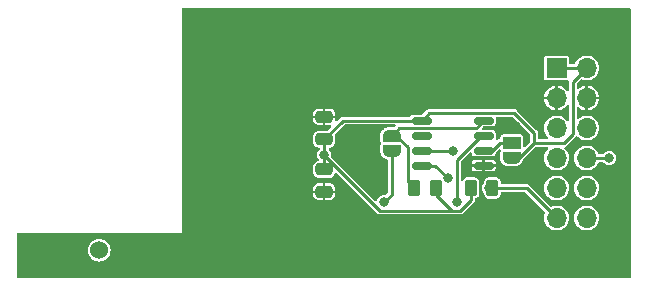
<source format=gbr>
%TF.GenerationSoftware,KiCad,Pcbnew,7.0.4*%
%TF.CreationDate,2023-05-26T13:29:51+02:00*%
%TF.ProjectId,RFM9xW_ANT,52464d39-7857-45f4-914e-542e6b696361,rev?*%
%TF.SameCoordinates,Original*%
%TF.FileFunction,Copper,L2,Bot*%
%TF.FilePolarity,Positive*%
%FSLAX46Y46*%
G04 Gerber Fmt 4.6, Leading zero omitted, Abs format (unit mm)*
G04 Created by KiCad (PCBNEW 7.0.4) date 2023-05-26 13:29:51*
%MOMM*%
%LPD*%
G01*
G04 APERTURE LIST*
G04 Aperture macros list*
%AMRoundRect*
0 Rectangle with rounded corners*
0 $1 Rounding radius*
0 $2 $3 $4 $5 $6 $7 $8 $9 X,Y pos of 4 corners*
0 Add a 4 corners polygon primitive as box body*
4,1,4,$2,$3,$4,$5,$6,$7,$8,$9,$2,$3,0*
0 Add four circle primitives for the rounded corners*
1,1,$1+$1,$2,$3*
1,1,$1+$1,$4,$5*
1,1,$1+$1,$6,$7*
1,1,$1+$1,$8,$9*
0 Add four rect primitives between the rounded corners*
20,1,$1+$1,$2,$3,$4,$5,0*
20,1,$1+$1,$4,$5,$6,$7,0*
20,1,$1+$1,$6,$7,$8,$9,0*
20,1,$1+$1,$8,$9,$2,$3,0*%
%AMFreePoly0*
4,1,19,0.550000,-0.750000,0.000000,-0.750000,0.000000,-0.744911,-0.071157,-0.744911,-0.207708,-0.704816,-0.327430,-0.627875,-0.420627,-0.520320,-0.479746,-0.390866,-0.500000,-0.250000,-0.500000,0.250000,-0.479746,0.390866,-0.420627,0.520320,-0.327430,0.627875,-0.207708,0.704816,-0.071157,0.744911,0.000000,0.744911,0.000000,0.750000,0.550000,0.750000,0.550000,-0.750000,0.550000,-0.750000,
$1*%
%AMFreePoly1*
4,1,19,0.000000,0.744911,0.071157,0.744911,0.207708,0.704816,0.327430,0.627875,0.420627,0.520320,0.479746,0.390866,0.500000,0.250000,0.500000,-0.250000,0.479746,-0.390866,0.420627,-0.520320,0.327430,-0.627875,0.207708,-0.704816,0.071157,-0.744911,0.000000,-0.744911,0.000000,-0.750000,-0.550000,-0.750000,-0.550000,0.750000,0.000000,0.750000,0.000000,0.744911,0.000000,0.744911,
$1*%
%AMFreePoly2*
4,1,19,0.500000,-0.750000,0.000000,-0.750000,0.000000,-0.744911,-0.071157,-0.744911,-0.207708,-0.704816,-0.327430,-0.627875,-0.420627,-0.520320,-0.479746,-0.390866,-0.500000,-0.250000,-0.500000,0.250000,-0.479746,0.390866,-0.420627,0.520320,-0.327430,0.627875,-0.207708,0.704816,-0.071157,0.744911,0.000000,0.744911,0.000000,0.750000,0.500000,0.750000,0.500000,-0.750000,0.500000,-0.750000,
$1*%
%AMFreePoly3*
4,1,19,0.000000,0.744911,0.071157,0.744911,0.207708,0.704816,0.327430,0.627875,0.420627,0.520320,0.479746,0.390866,0.500000,0.250000,0.500000,-0.250000,0.479746,-0.390866,0.420627,-0.520320,0.327430,-0.627875,0.207708,-0.704816,0.071157,-0.744911,0.000000,-0.744911,0.000000,-0.750000,-0.500000,-0.750000,-0.500000,0.750000,0.000000,0.750000,0.000000,0.744911,0.000000,0.744911,
$1*%
G04 Aperture macros list end*
%TA.AperFunction,ComponentPad*%
%ADD10R,1.700000X1.700000*%
%TD*%
%TA.AperFunction,ComponentPad*%
%ADD11O,1.700000X1.700000*%
%TD*%
%TA.AperFunction,ComponentPad*%
%ADD12C,1.524000*%
%TD*%
%TA.AperFunction,SMDPad,CuDef*%
%ADD13FreePoly0,270.000000*%
%TD*%
%TA.AperFunction,SMDPad,CuDef*%
%ADD14R,1.500000X1.000000*%
%TD*%
%TA.AperFunction,SMDPad,CuDef*%
%ADD15FreePoly1,270.000000*%
%TD*%
%TA.AperFunction,SMDPad,CuDef*%
%ADD16RoundRect,0.250000X0.475000X-0.250000X0.475000X0.250000X-0.475000X0.250000X-0.475000X-0.250000X0*%
%TD*%
%TA.AperFunction,SMDPad,CuDef*%
%ADD17FreePoly2,270.000000*%
%TD*%
%TA.AperFunction,SMDPad,CuDef*%
%ADD18FreePoly3,270.000000*%
%TD*%
%TA.AperFunction,SMDPad,CuDef*%
%ADD19RoundRect,0.250000X-0.262500X-0.450000X0.262500X-0.450000X0.262500X0.450000X-0.262500X0.450000X0*%
%TD*%
%TA.AperFunction,SMDPad,CuDef*%
%ADD20RoundRect,0.250000X0.262500X0.450000X-0.262500X0.450000X-0.262500X-0.450000X0.262500X-0.450000X0*%
%TD*%
%TA.AperFunction,SMDPad,CuDef*%
%ADD21RoundRect,0.250000X-0.475000X0.250000X-0.475000X-0.250000X0.475000X-0.250000X0.475000X0.250000X0*%
%TD*%
%TA.AperFunction,SMDPad,CuDef*%
%ADD22RoundRect,0.150000X0.675000X0.150000X-0.675000X0.150000X-0.675000X-0.150000X0.675000X-0.150000X0*%
%TD*%
%TA.AperFunction,ViaPad*%
%ADD23C,0.800000*%
%TD*%
%TA.AperFunction,Conductor*%
%ADD24C,0.250000*%
%TD*%
G04 APERTURE END LIST*
D10*
%TO.P,J1,1,Pin_1*%
%TO.N,VCC*%
X149860000Y-43180000D03*
D11*
%TO.P,J1,2,Pin_2*%
X152400000Y-43180000D03*
%TO.P,J1,3,Pin_3*%
%TO.N,GND*%
X149860000Y-45720000D03*
%TO.P,J1,4,Pin_4*%
X152400000Y-45720000D03*
%TO.P,J1,5,Pin_5*%
%TO.N,SCK*%
X149860000Y-48260000D03*
%TO.P,J1,6,Pin_6*%
%TO.N,unconnected-(J1-Pin_6-Pad6)*%
X152400000Y-48260000D03*
%TO.P,J1,7,Pin_7*%
%TO.N,MISO*%
X149860000Y-50800000D03*
%TO.P,J1,8,Pin_8*%
%TO.N,nCS2*%
X152400000Y-50800000D03*
%TO.P,J1,9,Pin_9*%
%TO.N,MOSI*%
X149860000Y-53340000D03*
%TO.P,J1,10,Pin_10*%
%TO.N,nRESET*%
X152400000Y-53340000D03*
%TO.P,J1,11,Pin_11*%
%TO.N,nCS*%
X149860000Y-55880000D03*
%TO.P,J1,12,Pin_12*%
%TO.N,DIO0*%
X152400000Y-55880000D03*
%TD*%
D12*
%TO.P,AE1,1,A*%
%TO.N,Net-(AE1-A)*%
X111125000Y-58600000D03*
%TD*%
D13*
%TO.P,JP1,1,A*%
%TO.N,GND*%
X146050000Y-48200000D03*
D14*
%TO.P,JP1,2,C*%
%TO.N,Net-(JP1-C)*%
X146050000Y-49500000D03*
D15*
%TO.P,JP1,3,B*%
%TO.N,VCC*%
X146050000Y-50800000D03*
%TD*%
D16*
%TO.P,C1,1*%
%TO.N,VCC*%
X130175000Y-49210000D03*
%TO.P,C1,2*%
%TO.N,GND*%
X130175000Y-47310000D03*
%TD*%
D17*
%TO.P,JP2,1,A*%
%TO.N,nCS_Flash*%
X135890000Y-48895000D03*
D18*
%TO.P,JP2,2,B*%
%TO.N,nCS2*%
X135890000Y-50195000D03*
%TD*%
D19*
%TO.P,R2,1*%
%TO.N,VCC*%
X142597500Y-53340000D03*
%TO.P,R2,2*%
%TO.N,nCS*%
X144422500Y-53340000D03*
%TD*%
D20*
%TO.P,R1,1*%
%TO.N,VCC*%
X139620000Y-53340000D03*
%TO.P,R1,2*%
%TO.N,nCS_Flash*%
X137795000Y-53340000D03*
%TD*%
D21*
%TO.P,C2,1*%
%TO.N,VCC*%
X130175000Y-51755000D03*
%TO.P,C2,2*%
%TO.N,GND*%
X130175000Y-53655000D03*
%TD*%
D22*
%TO.P,U2,1,~{CS}*%
%TO.N,nCS_Flash*%
X143680000Y-47625000D03*
%TO.P,U2,2,O1/SO*%
%TO.N,MISO*%
X143680000Y-48895000D03*
%TO.P,U2,3,~{WP}*%
%TO.N,Net-(JP1-C)*%
X143680000Y-50165000D03*
%TO.P,U2,4,VSS*%
%TO.N,GND*%
X143680000Y-51435000D03*
%TO.P,U2,5,SI/IO0*%
%TO.N,MOSI*%
X138430000Y-51435000D03*
%TO.P,U2,6,SCLK*%
%TO.N,SCK*%
X138430000Y-50165000D03*
%TO.P,U2,7,NC*%
%TO.N,unconnected-(U2-NC-Pad7)*%
X138430000Y-48895000D03*
%TO.P,U2,8,VCC*%
%TO.N,VCC*%
X138430000Y-47625000D03*
%TD*%
D23*
%TO.N,GND*%
X104775000Y-57785000D03*
X104775000Y-59055000D03*
X104775000Y-60325000D03*
X106045000Y-60325000D03*
X107315000Y-60325000D03*
X108585000Y-60325000D03*
X109855000Y-60325000D03*
X111125000Y-60325000D03*
X112395000Y-60325000D03*
X113665000Y-60325000D03*
X114935000Y-60325000D03*
X116205000Y-60325000D03*
X117475000Y-60325000D03*
X142875000Y-38735000D03*
X132080000Y-50165000D03*
X155575000Y-40005000D03*
X154305000Y-60325000D03*
X155575000Y-56515000D03*
X128905000Y-60325000D03*
X123825000Y-60325000D03*
X155575000Y-55245000D03*
X126365000Y-38735000D03*
X155575000Y-41275000D03*
X130175000Y-38735000D03*
X135255000Y-38735000D03*
X132715000Y-60325000D03*
X149225000Y-60325000D03*
X128905000Y-38735000D03*
X155575000Y-57785000D03*
X139065000Y-60325000D03*
X126365000Y-60325000D03*
X144145000Y-38735000D03*
X150495000Y-38735000D03*
X132715000Y-38735000D03*
X131445000Y-60325000D03*
X155575000Y-59055000D03*
X151765000Y-60325000D03*
X137795000Y-60325000D03*
X147955000Y-51435000D03*
X122555000Y-38735000D03*
X155575000Y-38735000D03*
X121285000Y-60325000D03*
X153035000Y-60325000D03*
X145415000Y-38735000D03*
X154305000Y-38735000D03*
X127635000Y-38735000D03*
X133985000Y-60325000D03*
X155575000Y-43815000D03*
X144145000Y-60325000D03*
X155575000Y-45085000D03*
X127635000Y-60325000D03*
X155575000Y-53975000D03*
X155575000Y-51435000D03*
X125095000Y-38735000D03*
X150495000Y-60325000D03*
X155575000Y-42545000D03*
X122555000Y-60325000D03*
X151765000Y-38735000D03*
X137795000Y-38735000D03*
X121285000Y-38735000D03*
X153035000Y-38735000D03*
X155575000Y-52705000D03*
X125095000Y-60325000D03*
X142875000Y-60325000D03*
X120015000Y-38735000D03*
X140335000Y-60325000D03*
X130175000Y-60325000D03*
X145415000Y-56515000D03*
X149225000Y-38735000D03*
X139065000Y-56515000D03*
X118745000Y-38735000D03*
X155575000Y-50165000D03*
X155575000Y-47625000D03*
X146685000Y-38735000D03*
X146050000Y-48260000D03*
X118745000Y-60325000D03*
X146685000Y-60325000D03*
X155575000Y-46355000D03*
X144145000Y-56515000D03*
X135255000Y-60325000D03*
X141605000Y-60325000D03*
X155575000Y-60325000D03*
X136525000Y-38735000D03*
X133985000Y-38735000D03*
X155575000Y-48895000D03*
X139065000Y-38735000D03*
X120015000Y-60325000D03*
X123825000Y-38735000D03*
X145415000Y-60325000D03*
X146685000Y-56515000D03*
X141605000Y-38735000D03*
X147955000Y-38735000D03*
X147955000Y-60325000D03*
X136525000Y-60325000D03*
X140335000Y-38735000D03*
X131445000Y-38735000D03*
%TO.N,nCS*%
X144145000Y-53340000D03*
%TO.N,SCK*%
X141104326Y-50219325D03*
%TO.N,MOSI*%
X140690500Y-52530000D03*
%TO.N,MISO*%
X141415000Y-54530000D03*
%TO.N,VCC*%
X130175000Y-50530000D03*
%TO.N,nCS2*%
X135267299Y-54530500D03*
X154305000Y-50800000D03*
%TD*%
D24*
%TO.N,nCS*%
X147320000Y-53340000D02*
X144145000Y-53340000D01*
X144145000Y-53340000D02*
X144422500Y-53340000D01*
X149860000Y-55880000D02*
X147320000Y-53340000D01*
%TO.N,SCK*%
X141050001Y-50165000D02*
X141104326Y-50219325D01*
X138430000Y-50165000D02*
X141050001Y-50165000D01*
%TO.N,MOSI*%
X139595500Y-51435000D02*
X140690500Y-52530000D01*
X138430000Y-51435000D02*
X139595500Y-51435000D01*
%TO.N,MISO*%
X143453249Y-48895000D02*
X141415000Y-50933249D01*
X141415000Y-50933249D02*
X141415000Y-54530000D01*
X143680000Y-48895000D02*
X143453249Y-48895000D01*
%TO.N,VCC*%
X146663173Y-50800000D02*
X147933173Y-49530000D01*
X139055000Y-47000000D02*
X146266727Y-47000000D01*
X130175000Y-49210000D02*
X130175000Y-50165000D01*
X140980000Y-55255000D02*
X139620000Y-53895000D01*
X138430000Y-47625000D02*
X139055000Y-47000000D01*
X150495000Y-49530000D02*
X151225000Y-48800000D01*
X131760000Y-47625000D02*
X130175000Y-49210000D01*
X151225000Y-48800000D02*
X151225000Y-44355000D01*
X139620000Y-53895000D02*
X139620000Y-53340000D01*
X152400000Y-43180000D02*
X149860000Y-43180000D01*
X130175000Y-50530000D02*
X134900000Y-55255000D01*
X151225000Y-44355000D02*
X152400000Y-43180000D01*
X138430000Y-47625000D02*
X131760000Y-47625000D01*
X146050000Y-50800000D02*
X146663173Y-50800000D01*
X130175000Y-50165000D02*
X130175000Y-51755000D01*
X147933173Y-49530000D02*
X150495000Y-49530000D01*
X141715305Y-55255000D02*
X140980000Y-55255000D01*
X146266727Y-47000000D02*
X147933173Y-48666446D01*
X142597500Y-53340000D02*
X142597500Y-54372805D01*
X147933173Y-48666446D02*
X147933173Y-49530000D01*
X134900000Y-55255000D02*
X140980000Y-55255000D01*
X142597500Y-54372805D02*
X141715305Y-55255000D01*
%TO.N,nCS2*%
X154305000Y-50800000D02*
X152400000Y-50800000D01*
X135890000Y-50195000D02*
X135890000Y-53907799D01*
X135890000Y-53907799D02*
X135267299Y-54530500D01*
%TO.N,Net-(JP1-C)*%
X144385000Y-50165000D02*
X145050000Y-49500000D01*
X145050000Y-49500000D02*
X146050000Y-49500000D01*
X143680000Y-50165000D02*
X144385000Y-50165000D01*
%TO.N,nCS_Flash*%
X136299620Y-48895000D02*
X137280000Y-49875380D01*
X137280000Y-49875380D02*
X137280000Y-52825000D01*
X137280000Y-52825000D02*
X137795000Y-53340000D01*
X135890000Y-48895000D02*
X136299620Y-48895000D01*
X143055000Y-48250000D02*
X136535000Y-48250000D01*
X136535000Y-48250000D02*
X135890000Y-48895000D01*
X143680000Y-47625000D02*
X143055000Y-48250000D01*
%TD*%
%TA.AperFunction,Conductor*%
%TO.N,GND*%
G36*
X136193358Y-47969407D02*
G01*
X136229322Y-48018907D01*
X136229322Y-48080093D01*
X136205170Y-48119504D01*
X136164871Y-48159802D01*
X136110354Y-48187579D01*
X136108965Y-48187789D01*
X136096634Y-48189563D01*
X136082537Y-48190572D01*
X135697463Y-48190572D01*
X135683373Y-48189564D01*
X135678261Y-48188829D01*
X135669095Y-48187511D01*
X135669093Y-48187511D01*
X135610907Y-48187511D01*
X135610903Y-48187511D01*
X135468594Y-48207972D01*
X135468590Y-48207973D01*
X135412767Y-48224364D01*
X135412763Y-48224365D01*
X135412762Y-48224366D01*
X135410288Y-48225496D01*
X135281980Y-48284092D01*
X135281967Y-48284099D01*
X135233036Y-48315545D01*
X135233023Y-48315554D01*
X135124377Y-48409696D01*
X135124360Y-48409713D01*
X135086261Y-48453681D01*
X135086255Y-48453689D01*
X135008536Y-48574624D01*
X135008532Y-48574631D01*
X134984359Y-48627564D01*
X134943853Y-48765515D01*
X134943852Y-48765520D01*
X134937294Y-48811132D01*
X134935572Y-48823111D01*
X134935572Y-49395000D01*
X134951133Y-49473231D01*
X134951134Y-49473232D01*
X134951134Y-49473233D01*
X134962336Y-49489997D01*
X134978945Y-49548885D01*
X134962338Y-49599998D01*
X134951135Y-49616764D01*
X134951134Y-49616767D01*
X134951133Y-49616769D01*
X134940705Y-49669194D01*
X134935572Y-49694999D01*
X134935572Y-50266888D01*
X134943852Y-50324479D01*
X134943853Y-50324484D01*
X134976529Y-50435767D01*
X134984360Y-50462438D01*
X134990313Y-50475473D01*
X135008532Y-50515368D01*
X135008536Y-50515375D01*
X135086255Y-50636310D01*
X135086261Y-50636318D01*
X135111548Y-50665500D01*
X135124368Y-50680295D01*
X135124375Y-50680301D01*
X135124377Y-50680303D01*
X135233023Y-50774445D01*
X135233036Y-50774454D01*
X135281967Y-50805900D01*
X135281971Y-50805902D01*
X135281977Y-50805906D01*
X135412762Y-50865634D01*
X135468592Y-50882027D01*
X135479589Y-50883608D01*
X135534495Y-50910602D01*
X135563050Y-50964716D01*
X135564500Y-50981600D01*
X135564500Y-53731963D01*
X135545593Y-53790154D01*
X135535504Y-53801967D01*
X135430265Y-53907206D01*
X135375748Y-53934983D01*
X135347339Y-53935355D01*
X135267300Y-53924818D01*
X135267298Y-53924818D01*
X135110540Y-53945455D01*
X135110532Y-53945457D01*
X134964460Y-54005962D01*
X134964459Y-54005962D01*
X134839022Y-54102213D01*
X134839012Y-54102223D01*
X134742761Y-54227660D01*
X134742761Y-54227661D01*
X134679772Y-54379732D01*
X134677062Y-54378609D01*
X134650286Y-54419742D01*
X134593140Y-54441605D01*
X134534057Y-54425703D01*
X134518065Y-54412739D01*
X130798292Y-50692966D01*
X130770515Y-50638449D01*
X130770143Y-50610046D01*
X130780682Y-50530000D01*
X130760044Y-50373238D01*
X130760042Y-50373233D01*
X130699537Y-50227161D01*
X130699537Y-50227160D01*
X130603281Y-50101716D01*
X130603280Y-50101715D01*
X130585460Y-50088042D01*
X130550804Y-50037618D01*
X130552405Y-49976454D01*
X130589652Y-49927912D01*
X130645727Y-49910500D01*
X130704273Y-49910500D01*
X130704273Y-49910499D01*
X130734699Y-49907646D01*
X130862882Y-49862793D01*
X130972150Y-49782150D01*
X131052793Y-49672882D01*
X131097646Y-49544699D01*
X131100499Y-49514273D01*
X131100500Y-49514273D01*
X131100500Y-48905726D01*
X131100499Y-48905725D01*
X131097646Y-48875305D01*
X131097646Y-48875303D01*
X131097646Y-48875301D01*
X131085109Y-48839474D01*
X131083736Y-48778309D01*
X131108551Y-48736775D01*
X131865832Y-47979496D01*
X131920348Y-47951719D01*
X131935835Y-47950500D01*
X136135167Y-47950500D01*
X136193358Y-47969407D01*
G37*
%TD.AperFunction*%
%TA.AperFunction,Conductor*%
G36*
X146149084Y-47344407D02*
G01*
X146160897Y-47354496D01*
X147578677Y-48772276D01*
X147606454Y-48826793D01*
X147607673Y-48842280D01*
X147607673Y-49354165D01*
X147588766Y-49412356D01*
X147578677Y-49424169D01*
X147169504Y-49833342D01*
X147114987Y-49861119D01*
X147054555Y-49851548D01*
X147011290Y-49808283D01*
X147000500Y-49763338D01*
X147000500Y-48980253D01*
X147000498Y-48980241D01*
X146995270Y-48953961D01*
X146988867Y-48921769D01*
X146944552Y-48855448D01*
X146931086Y-48846450D01*
X146878233Y-48811134D01*
X146878231Y-48811133D01*
X146878228Y-48811132D01*
X146878227Y-48811132D01*
X146819758Y-48799501D01*
X146819748Y-48799500D01*
X145280252Y-48799500D01*
X145280251Y-48799500D01*
X145280241Y-48799501D01*
X145221772Y-48811132D01*
X145221766Y-48811134D01*
X145155451Y-48855445D01*
X145155445Y-48855451D01*
X145111134Y-48921766D01*
X145111132Y-48921772D01*
X145099501Y-48980241D01*
X145099500Y-48980253D01*
X145099500Y-49073787D01*
X145080593Y-49131978D01*
X145031093Y-49167942D01*
X145026122Y-49169414D01*
X144981565Y-49181353D01*
X144977349Y-49182287D01*
X144936960Y-49189410D01*
X144936948Y-49189414D01*
X144935640Y-49190170D01*
X144911786Y-49200051D01*
X144910324Y-49200442D01*
X144910316Y-49200446D01*
X144876716Y-49223972D01*
X144873074Y-49226292D01*
X144843480Y-49243379D01*
X144783632Y-49256101D01*
X144727736Y-49231215D01*
X144697143Y-49178228D01*
X144696013Y-49143372D01*
X144705500Y-49078260D01*
X144705500Y-48711740D01*
X144695573Y-48643607D01*
X144694411Y-48641231D01*
X144661853Y-48574631D01*
X144644198Y-48538517D01*
X144561483Y-48455802D01*
X144557779Y-48453991D01*
X144456395Y-48404427D01*
X144429139Y-48400456D01*
X144388260Y-48394500D01*
X144388257Y-48394500D01*
X143609834Y-48394500D01*
X143551643Y-48375593D01*
X143515679Y-48326093D01*
X143515679Y-48264907D01*
X143539829Y-48225497D01*
X143610831Y-48154495D01*
X143665347Y-48126719D01*
X143680834Y-48125500D01*
X144388257Y-48125500D01*
X144388260Y-48125500D01*
X144456393Y-48115573D01*
X144561483Y-48064198D01*
X144644198Y-47981483D01*
X144695573Y-47876393D01*
X144705500Y-47808260D01*
X144705500Y-47441740D01*
X144705068Y-47438777D01*
X144715385Y-47378469D01*
X144759180Y-47335742D01*
X144803033Y-47325500D01*
X146090893Y-47325500D01*
X146149084Y-47344407D01*
G37*
%TD.AperFunction*%
%TA.AperFunction,Conductor*%
G36*
X156143691Y-38144407D02*
G01*
X156179655Y-38193907D01*
X156184500Y-38224500D01*
X156184500Y-60835500D01*
X156165593Y-60893691D01*
X156116093Y-60929655D01*
X156085500Y-60934500D01*
X119380000Y-60934500D01*
X119380000Y-57150000D01*
X118110000Y-57150000D01*
X118110000Y-53755001D01*
X129250000Y-53755001D01*
X129250001Y-53959203D01*
X129252850Y-53989600D01*
X129252850Y-53989602D01*
X129297654Y-54117647D01*
X129378207Y-54226790D01*
X129378209Y-54226792D01*
X129487352Y-54307345D01*
X129615398Y-54352149D01*
X129645789Y-54354999D01*
X130074998Y-54354999D01*
X130075000Y-54354997D01*
X130274999Y-54354997D01*
X130275001Y-54354999D01*
X130704203Y-54354999D01*
X130734600Y-54352149D01*
X130734602Y-54352149D01*
X130862647Y-54307345D01*
X130971790Y-54226792D01*
X130971792Y-54226790D01*
X131052345Y-54117647D01*
X131097149Y-53989601D01*
X131099999Y-53959211D01*
X131100000Y-53959210D01*
X131100000Y-53755001D01*
X131099999Y-53755000D01*
X130275001Y-53755000D01*
X130274999Y-53755001D01*
X130274999Y-54354997D01*
X130075000Y-54354997D01*
X130075000Y-53755001D01*
X130074999Y-53755000D01*
X129250002Y-53755000D01*
X129250000Y-53755001D01*
X118110000Y-53755001D01*
X118110000Y-53554999D01*
X129250000Y-53554999D01*
X129250001Y-53555000D01*
X130074999Y-53555000D01*
X130075000Y-53554998D01*
X130075000Y-52955000D01*
X130275000Y-52955000D01*
X130275000Y-53554999D01*
X130275001Y-53555000D01*
X131099998Y-53555000D01*
X131099999Y-53554998D01*
X131099999Y-53350796D01*
X131097149Y-53320399D01*
X131097149Y-53320397D01*
X131052345Y-53192352D01*
X130971792Y-53083209D01*
X130971790Y-53083207D01*
X130862647Y-53002654D01*
X130734601Y-52957850D01*
X130704211Y-52955000D01*
X130275000Y-52955000D01*
X130075000Y-52955000D01*
X129645796Y-52955000D01*
X129615399Y-52957850D01*
X129615397Y-52957850D01*
X129487352Y-53002654D01*
X129378209Y-53083207D01*
X129378207Y-53083209D01*
X129297654Y-53192352D01*
X129252850Y-53320398D01*
X129250000Y-53350788D01*
X129250000Y-53554999D01*
X118110000Y-53554999D01*
X118110000Y-52059274D01*
X129249500Y-52059274D01*
X129252353Y-52089694D01*
X129252355Y-52089703D01*
X129297207Y-52217883D01*
X129377845Y-52327144D01*
X129377847Y-52327146D01*
X129377850Y-52327150D01*
X129377853Y-52327152D01*
X129377855Y-52327154D01*
X129487116Y-52407792D01*
X129487117Y-52407792D01*
X129487118Y-52407793D01*
X129615301Y-52452646D01*
X129645725Y-52455499D01*
X129645727Y-52455500D01*
X129645734Y-52455500D01*
X130704273Y-52455500D01*
X130704273Y-52455499D01*
X130734699Y-52452646D01*
X130862882Y-52407793D01*
X130972150Y-52327150D01*
X131052793Y-52217882D01*
X131091418Y-52107495D01*
X131128483Y-52058817D01*
X131187083Y-52041220D01*
X131244835Y-52061428D01*
X131254866Y-52070191D01*
X134658257Y-55473584D01*
X134661175Y-55476769D01*
X134687544Y-55508193D01*
X134687545Y-55508194D01*
X134723073Y-55528706D01*
X134726712Y-55531025D01*
X134760311Y-55554551D01*
X134760313Y-55554552D01*
X134760316Y-55554554D01*
X134761767Y-55554942D01*
X134785659Y-55564840D01*
X134786186Y-55565143D01*
X134786955Y-55565588D01*
X134827351Y-55572710D01*
X134831548Y-55573640D01*
X134871193Y-55584264D01*
X134912073Y-55580687D01*
X134916374Y-55580500D01*
X140924117Y-55580500D01*
X140949739Y-55583873D01*
X140951193Y-55584263D01*
X140992065Y-55580687D01*
X140996365Y-55580500D01*
X141698931Y-55580500D01*
X141703231Y-55580687D01*
X141744112Y-55584264D01*
X141783757Y-55573640D01*
X141787955Y-55572710D01*
X141828350Y-55565588D01*
X141828352Y-55565587D01*
X141829650Y-55564838D01*
X141853541Y-55554942D01*
X141853769Y-55554880D01*
X141854989Y-55554554D01*
X141888608Y-55531012D01*
X141892216Y-55528714D01*
X141927760Y-55508194D01*
X141954143Y-55476750D01*
X141957031Y-55473598D01*
X142816082Y-54614547D01*
X142819260Y-54611634D01*
X142850694Y-54585260D01*
X142871214Y-54549716D01*
X142873512Y-54546108D01*
X142897054Y-54512489D01*
X142897441Y-54511041D01*
X142907338Y-54487150D01*
X142908086Y-54485853D01*
X142908085Y-54485853D01*
X142908088Y-54485850D01*
X142915213Y-54445433D01*
X142916141Y-54441248D01*
X142926763Y-54401612D01*
X142923187Y-54360738D01*
X142923000Y-54356441D01*
X142923000Y-54352149D01*
X142923000Y-54315481D01*
X142941905Y-54257293D01*
X142989299Y-54222039D01*
X143072882Y-54192793D01*
X143182150Y-54112150D01*
X143262793Y-54002882D01*
X143307646Y-53874699D01*
X143310499Y-53844273D01*
X143310500Y-53844273D01*
X143310500Y-53340000D01*
X143539318Y-53340000D01*
X143559955Y-53496758D01*
X143559957Y-53496766D01*
X143620461Y-53642836D01*
X143620463Y-53642838D01*
X143620464Y-53642841D01*
X143689043Y-53732214D01*
X143709466Y-53789888D01*
X143709500Y-53792480D01*
X143709500Y-53844274D01*
X143712353Y-53874694D01*
X143712355Y-53874703D01*
X143757207Y-54002883D01*
X143837845Y-54112144D01*
X143837847Y-54112146D01*
X143837850Y-54112150D01*
X143837853Y-54112152D01*
X143837855Y-54112154D01*
X143947116Y-54192792D01*
X143947117Y-54192792D01*
X143947118Y-54192793D01*
X144075301Y-54237646D01*
X144105725Y-54240499D01*
X144105727Y-54240500D01*
X144105734Y-54240500D01*
X144739273Y-54240500D01*
X144739273Y-54240499D01*
X144769699Y-54237646D01*
X144897882Y-54192793D01*
X145007150Y-54112150D01*
X145087793Y-54002882D01*
X145132646Y-53874699D01*
X145135499Y-53844273D01*
X145135500Y-53844273D01*
X145135500Y-53764500D01*
X145154407Y-53706309D01*
X145203907Y-53670345D01*
X145234500Y-53665500D01*
X147144166Y-53665500D01*
X147202357Y-53684407D01*
X147214170Y-53694496D01*
X148871497Y-55351824D01*
X148899274Y-55406341D01*
X148889703Y-55466773D01*
X148888803Y-55468496D01*
X148884770Y-55476040D01*
X148884768Y-55476045D01*
X148824699Y-55674065D01*
X148824698Y-55674070D01*
X148804417Y-55879996D01*
X148804417Y-55880003D01*
X148824698Y-56085929D01*
X148824699Y-56085934D01*
X148884768Y-56283954D01*
X148982316Y-56466452D01*
X149113585Y-56626404D01*
X149113590Y-56626410D01*
X149113595Y-56626414D01*
X149273547Y-56757683D01*
X149273548Y-56757683D01*
X149273550Y-56757685D01*
X149456046Y-56855232D01*
X149593996Y-56897078D01*
X149654065Y-56915300D01*
X149654070Y-56915301D01*
X149859997Y-56935583D01*
X149860000Y-56935583D01*
X149860003Y-56935583D01*
X150065929Y-56915301D01*
X150065934Y-56915300D01*
X150263954Y-56855232D01*
X150446450Y-56757685D01*
X150606410Y-56626410D01*
X150737685Y-56466450D01*
X150835232Y-56283954D01*
X150895300Y-56085934D01*
X150895301Y-56085929D01*
X150915583Y-55880003D01*
X151344417Y-55880003D01*
X151364698Y-56085929D01*
X151364699Y-56085934D01*
X151424768Y-56283954D01*
X151522316Y-56466452D01*
X151653585Y-56626404D01*
X151653590Y-56626410D01*
X151653595Y-56626414D01*
X151813547Y-56757683D01*
X151813548Y-56757683D01*
X151813550Y-56757685D01*
X151996046Y-56855232D01*
X152133996Y-56897078D01*
X152194065Y-56915300D01*
X152194070Y-56915301D01*
X152399997Y-56935583D01*
X152400000Y-56935583D01*
X152400003Y-56935583D01*
X152605929Y-56915301D01*
X152605934Y-56915300D01*
X152605933Y-56915299D01*
X152803954Y-56855232D01*
X152986450Y-56757685D01*
X153146410Y-56626410D01*
X153277685Y-56466450D01*
X153375232Y-56283954D01*
X153435300Y-56085934D01*
X153435301Y-56085929D01*
X153455583Y-55880003D01*
X153455583Y-55879996D01*
X153435301Y-55674070D01*
X153435300Y-55674065D01*
X153408059Y-55584263D01*
X153375232Y-55476046D01*
X153277685Y-55293550D01*
X153146410Y-55133590D01*
X153146404Y-55133585D01*
X152986452Y-55002316D01*
X152803954Y-54904768D01*
X152605934Y-54844699D01*
X152605929Y-54844698D01*
X152400003Y-54824417D01*
X152399997Y-54824417D01*
X152194070Y-54844698D01*
X152194065Y-54844699D01*
X151996045Y-54904768D01*
X151813547Y-55002316D01*
X151653595Y-55133585D01*
X151653585Y-55133595D01*
X151522316Y-55293547D01*
X151424768Y-55476045D01*
X151364699Y-55674065D01*
X151364698Y-55674070D01*
X151344417Y-55879996D01*
X151344417Y-55880003D01*
X150915583Y-55880003D01*
X150915583Y-55879996D01*
X150895301Y-55674070D01*
X150895300Y-55674065D01*
X150868059Y-55584263D01*
X150835232Y-55476046D01*
X150737685Y-55293550D01*
X150606410Y-55133590D01*
X150606404Y-55133585D01*
X150446452Y-55002316D01*
X150263954Y-54904768D01*
X150065934Y-54844699D01*
X150065929Y-54844698D01*
X149860003Y-54824417D01*
X149859997Y-54824417D01*
X149654070Y-54844698D01*
X149654065Y-54844699D01*
X149456045Y-54904768D01*
X149456040Y-54904770D01*
X149448496Y-54908803D01*
X149388263Y-54919559D01*
X149333212Y-54892857D01*
X149331824Y-54891497D01*
X147780330Y-53340003D01*
X148804417Y-53340003D01*
X148824698Y-53545929D01*
X148824699Y-53545934D01*
X148884768Y-53743954D01*
X148982316Y-53926452D01*
X149085818Y-54052570D01*
X149113590Y-54086410D01*
X149113595Y-54086414D01*
X149273547Y-54217683D01*
X149273548Y-54217683D01*
X149273550Y-54217685D01*
X149456046Y-54315232D01*
X149593996Y-54357078D01*
X149654065Y-54375300D01*
X149654070Y-54375301D01*
X149859997Y-54395583D01*
X149860000Y-54395583D01*
X149860003Y-54395583D01*
X150065929Y-54375301D01*
X150065934Y-54375300D01*
X150072725Y-54373240D01*
X150263954Y-54315232D01*
X150446450Y-54217685D01*
X150606410Y-54086410D01*
X150737685Y-53926450D01*
X150835232Y-53743954D01*
X150895300Y-53545934D01*
X150895301Y-53545929D01*
X150915583Y-53340003D01*
X151344417Y-53340003D01*
X151364698Y-53545929D01*
X151364699Y-53545934D01*
X151424768Y-53743954D01*
X151522316Y-53926452D01*
X151625818Y-54052570D01*
X151653590Y-54086410D01*
X151653595Y-54086414D01*
X151813547Y-54217683D01*
X151813548Y-54217683D01*
X151813550Y-54217685D01*
X151996046Y-54315232D01*
X152133996Y-54357078D01*
X152194065Y-54375300D01*
X152194070Y-54375301D01*
X152399997Y-54395583D01*
X152400000Y-54395583D01*
X152400003Y-54395583D01*
X152605929Y-54375301D01*
X152605934Y-54375300D01*
X152612725Y-54373240D01*
X152803954Y-54315232D01*
X152986450Y-54217685D01*
X153146410Y-54086410D01*
X153277685Y-53926450D01*
X153375232Y-53743954D01*
X153435300Y-53545934D01*
X153435301Y-53545929D01*
X153455583Y-53340003D01*
X153455583Y-53339996D01*
X153435301Y-53134070D01*
X153435300Y-53134065D01*
X153414741Y-53066292D01*
X153375232Y-52936046D01*
X153277685Y-52753550D01*
X153209759Y-52670782D01*
X153146414Y-52593595D01*
X153146410Y-52593590D01*
X153115046Y-52567850D01*
X152986452Y-52462316D01*
X152803954Y-52364768D01*
X152605934Y-52304699D01*
X152605929Y-52304698D01*
X152400003Y-52284417D01*
X152399997Y-52284417D01*
X152194070Y-52304698D01*
X152194065Y-52304699D01*
X151996045Y-52364768D01*
X151813547Y-52462316D01*
X151653595Y-52593585D01*
X151653585Y-52593595D01*
X151522316Y-52753547D01*
X151424768Y-52936045D01*
X151364699Y-53134065D01*
X151364698Y-53134070D01*
X151344417Y-53339996D01*
X151344417Y-53340003D01*
X150915583Y-53340003D01*
X150915583Y-53339996D01*
X150895301Y-53134070D01*
X150895300Y-53134065D01*
X150874741Y-53066292D01*
X150835232Y-52936046D01*
X150737685Y-52753550D01*
X150669759Y-52670782D01*
X150606414Y-52593595D01*
X150606410Y-52593590D01*
X150575046Y-52567850D01*
X150446452Y-52462316D01*
X150263954Y-52364768D01*
X150065934Y-52304699D01*
X150065929Y-52304698D01*
X149860003Y-52284417D01*
X149859997Y-52284417D01*
X149654070Y-52304698D01*
X149654065Y-52304699D01*
X149456045Y-52364768D01*
X149273547Y-52462316D01*
X149113595Y-52593585D01*
X149113585Y-52593595D01*
X148982316Y-52753547D01*
X148884768Y-52936045D01*
X148824699Y-53134065D01*
X148824698Y-53134070D01*
X148804417Y-53339996D01*
X148804417Y-53340003D01*
X147780330Y-53340003D01*
X147561741Y-53121414D01*
X147558822Y-53118229D01*
X147532456Y-53086806D01*
X147505780Y-53071405D01*
X147496918Y-53066288D01*
X147493288Y-53063975D01*
X147459684Y-53040446D01*
X147459679Y-53040443D01*
X147458224Y-53040054D01*
X147434348Y-53030164D01*
X147433045Y-53029411D01*
X147392652Y-53022289D01*
X147388436Y-53021354D01*
X147355741Y-53012594D01*
X147348807Y-53010736D01*
X147348806Y-53010736D01*
X147344381Y-53011123D01*
X147307926Y-53014312D01*
X147303626Y-53014500D01*
X145234500Y-53014500D01*
X145176309Y-52995593D01*
X145140345Y-52946093D01*
X145135500Y-52915500D01*
X145135500Y-52835727D01*
X145135499Y-52835725D01*
X145132646Y-52805301D01*
X145087793Y-52677118D01*
X145026143Y-52593585D01*
X145007154Y-52567855D01*
X145007152Y-52567853D01*
X145007150Y-52567850D01*
X145007146Y-52567847D01*
X145007144Y-52567845D01*
X144897883Y-52487207D01*
X144769703Y-52442355D01*
X144769694Y-52442353D01*
X144739274Y-52439500D01*
X144739266Y-52439500D01*
X144105734Y-52439500D01*
X144105725Y-52439500D01*
X144075305Y-52442353D01*
X144075296Y-52442355D01*
X143947116Y-52487207D01*
X143837855Y-52567845D01*
X143837845Y-52567855D01*
X143757207Y-52677116D01*
X143712355Y-52805296D01*
X143712353Y-52805305D01*
X143709500Y-52835725D01*
X143709500Y-52887518D01*
X143690593Y-52945709D01*
X143689042Y-52947785D01*
X143620465Y-53037157D01*
X143620463Y-53037160D01*
X143559957Y-53183236D01*
X143559955Y-53183241D01*
X143539318Y-53339999D01*
X143539318Y-53340000D01*
X143310500Y-53340000D01*
X143310500Y-52835726D01*
X143310499Y-52835725D01*
X143307646Y-52805301D01*
X143262793Y-52677118D01*
X143201143Y-52593585D01*
X143182154Y-52567855D01*
X143182152Y-52567853D01*
X143182150Y-52567850D01*
X143182146Y-52567847D01*
X143182144Y-52567845D01*
X143072883Y-52487207D01*
X142944703Y-52442355D01*
X142944694Y-52442353D01*
X142914274Y-52439500D01*
X142914266Y-52439500D01*
X142280734Y-52439500D01*
X142280725Y-52439500D01*
X142250305Y-52442353D01*
X142250296Y-52442355D01*
X142122116Y-52487207D01*
X142012855Y-52567845D01*
X142012845Y-52567855D01*
X141932207Y-52677116D01*
X141928742Y-52683674D01*
X141927035Y-52682771D01*
X141895877Y-52723693D01*
X141837276Y-52741288D01*
X141779524Y-52721078D01*
X141744682Y-52670782D01*
X141740500Y-52642313D01*
X141740500Y-51535000D01*
X142655001Y-51535000D01*
X142655001Y-51618216D01*
X142664912Y-51686250D01*
X142716214Y-51791188D01*
X142798812Y-51873786D01*
X142903751Y-51925087D01*
X142971784Y-51934999D01*
X143579998Y-51934999D01*
X143579999Y-51934998D01*
X143780000Y-51934998D01*
X143780001Y-51934999D01*
X144388213Y-51934999D01*
X144388216Y-51934998D01*
X144456250Y-51925087D01*
X144561188Y-51873785D01*
X144643786Y-51791187D01*
X144695087Y-51686248D01*
X144705000Y-51618215D01*
X144705000Y-51535000D01*
X143780001Y-51535000D01*
X143780000Y-51535001D01*
X143780000Y-51934998D01*
X143579999Y-51934998D01*
X143580000Y-51934997D01*
X143580000Y-51535000D01*
X142655001Y-51535000D01*
X141740500Y-51535000D01*
X141740500Y-51334999D01*
X142655000Y-51334999D01*
X142655001Y-51335000D01*
X143579999Y-51335000D01*
X143580000Y-51334999D01*
X143780000Y-51334999D01*
X143780001Y-51335000D01*
X144704998Y-51335000D01*
X144704999Y-51334998D01*
X144704999Y-51251786D01*
X144704998Y-51251783D01*
X144695087Y-51183749D01*
X144643785Y-51078811D01*
X144561187Y-50996213D01*
X144456248Y-50944912D01*
X144388216Y-50935000D01*
X143780001Y-50935000D01*
X143780000Y-50935001D01*
X143780000Y-51334999D01*
X143580000Y-51334999D01*
X143580000Y-50935001D01*
X143579999Y-50935000D01*
X142971786Y-50935000D01*
X142971783Y-50935001D01*
X142903749Y-50944912D01*
X142798811Y-50996214D01*
X142716213Y-51078812D01*
X142664912Y-51183751D01*
X142655000Y-51251784D01*
X142655000Y-51334999D01*
X141740500Y-51334999D01*
X141740500Y-51109082D01*
X141759407Y-51050891D01*
X141769490Y-51039084D01*
X142490285Y-50318289D01*
X142544800Y-50290514D01*
X142605232Y-50300085D01*
X142648497Y-50343350D01*
X142658252Y-50374020D01*
X142664426Y-50416392D01*
X142712812Y-50515366D01*
X142715802Y-50521483D01*
X142798517Y-50604198D01*
X142852285Y-50630483D01*
X142903604Y-50655572D01*
X142903605Y-50655572D01*
X142903607Y-50655573D01*
X142971740Y-50665500D01*
X142971743Y-50665500D01*
X144388257Y-50665500D01*
X144388260Y-50665500D01*
X144456393Y-50655573D01*
X144561483Y-50604198D01*
X144644198Y-50521483D01*
X144695573Y-50416393D01*
X144705500Y-50348260D01*
X144705500Y-50345832D01*
X144705726Y-50345135D01*
X144705759Y-50344685D01*
X144705870Y-50344693D01*
X144724407Y-50287641D01*
X144734484Y-50275841D01*
X144951943Y-50058381D01*
X145006458Y-50030606D01*
X145066890Y-50040177D01*
X145110155Y-50083442D01*
X145119726Y-50143874D01*
X145113409Y-50166272D01*
X145111133Y-50171765D01*
X145095572Y-50249997D01*
X145095572Y-50871888D01*
X145103852Y-50929479D01*
X145103853Y-50929484D01*
X145144359Y-51067435D01*
X145144360Y-51067438D01*
X145160527Y-51102839D01*
X145168532Y-51120368D01*
X145168536Y-51120375D01*
X145246255Y-51241310D01*
X145246261Y-51241318D01*
X145246263Y-51241320D01*
X145284368Y-51285295D01*
X145284375Y-51285301D01*
X145284377Y-51285303D01*
X145393023Y-51379445D01*
X145393036Y-51379454D01*
X145441967Y-51410900D01*
X145441971Y-51410902D01*
X145441977Y-51410906D01*
X145572762Y-51470634D01*
X145628592Y-51487027D01*
X145676030Y-51493847D01*
X145770903Y-51507489D01*
X145770907Y-51507489D01*
X145829095Y-51507489D01*
X145838261Y-51506170D01*
X145843373Y-51505435D01*
X145857463Y-51504428D01*
X146242537Y-51504428D01*
X146256626Y-51505435D01*
X146261738Y-51506170D01*
X146270905Y-51507489D01*
X146270907Y-51507489D01*
X146329097Y-51507489D01*
X146410415Y-51495796D01*
X146471408Y-51487027D01*
X146527238Y-51470634D01*
X146658023Y-51410906D01*
X146706971Y-51379449D01*
X146815632Y-51285295D01*
X146853737Y-51241320D01*
X146853739Y-51241315D01*
X146853744Y-51241310D01*
X146928157Y-51125519D01*
X146931469Y-51120366D01*
X146955640Y-51067438D01*
X146989914Y-50950709D01*
X147014900Y-50908598D01*
X148039005Y-49884496D01*
X148093521Y-49856719D01*
X148109008Y-49855500D01*
X149078277Y-49855500D01*
X149136468Y-49874407D01*
X149172432Y-49923907D01*
X149172432Y-49985093D01*
X149141082Y-50031028D01*
X149113595Y-50053585D01*
X149113585Y-50053595D01*
X148982316Y-50213547D01*
X148884768Y-50396045D01*
X148824699Y-50594065D01*
X148824698Y-50594070D01*
X148804417Y-50799996D01*
X148804417Y-50800003D01*
X148824698Y-51005929D01*
X148824699Y-51005934D01*
X148884768Y-51203954D01*
X148982316Y-51386452D01*
X149104226Y-51535000D01*
X149113590Y-51546410D01*
X149113595Y-51546414D01*
X149273547Y-51677683D01*
X149273548Y-51677683D01*
X149273550Y-51677685D01*
X149456046Y-51775232D01*
X149579751Y-51812757D01*
X149654065Y-51835300D01*
X149654070Y-51835301D01*
X149859997Y-51855583D01*
X149860000Y-51855583D01*
X149860003Y-51855583D01*
X150065929Y-51835301D01*
X150065934Y-51835300D01*
X150263954Y-51775232D01*
X150446450Y-51677685D01*
X150606410Y-51546410D01*
X150737685Y-51386450D01*
X150835232Y-51203954D01*
X150895300Y-51005934D01*
X150895301Y-51005929D01*
X150915583Y-50800003D01*
X151344417Y-50800003D01*
X151364698Y-51005929D01*
X151364699Y-51005934D01*
X151424768Y-51203954D01*
X151522316Y-51386452D01*
X151644226Y-51535000D01*
X151653590Y-51546410D01*
X151653595Y-51546414D01*
X151813547Y-51677683D01*
X151813548Y-51677683D01*
X151813550Y-51677685D01*
X151996046Y-51775232D01*
X152119751Y-51812757D01*
X152194065Y-51835300D01*
X152194070Y-51835301D01*
X152399997Y-51855583D01*
X152400000Y-51855583D01*
X152400003Y-51855583D01*
X152605929Y-51835301D01*
X152605934Y-51835300D01*
X152605933Y-51835299D01*
X152803954Y-51775232D01*
X152986450Y-51677685D01*
X153146410Y-51546410D01*
X153277685Y-51386450D01*
X153375232Y-51203954D01*
X153377717Y-51195758D01*
X153412703Y-51145564D01*
X153470512Y-51125519D01*
X153472454Y-51125500D01*
X153749030Y-51125500D01*
X153807221Y-51144407D01*
X153827570Y-51164231D01*
X153876718Y-51228282D01*
X154002159Y-51324536D01*
X154002160Y-51324536D01*
X154002161Y-51324537D01*
X154148233Y-51385042D01*
X154148238Y-51385044D01*
X154265809Y-51400522D01*
X154304999Y-51405682D01*
X154305000Y-51405682D01*
X154305001Y-51405682D01*
X154336352Y-51401554D01*
X154461762Y-51385044D01*
X154607841Y-51324536D01*
X154733282Y-51228282D01*
X154829536Y-51102841D01*
X154890044Y-50956762D01*
X154910682Y-50800000D01*
X154910681Y-50799996D01*
X154896591Y-50692966D01*
X154890044Y-50643238D01*
X154888060Y-50638449D01*
X154829537Y-50497161D01*
X154829537Y-50497160D01*
X154733286Y-50371723D01*
X154733285Y-50371722D01*
X154733282Y-50371718D01*
X154733277Y-50371714D01*
X154733276Y-50371713D01*
X154639928Y-50300085D01*
X154607841Y-50275464D01*
X154607840Y-50275463D01*
X154607838Y-50275462D01*
X154461766Y-50214957D01*
X154461758Y-50214955D01*
X154305001Y-50194318D01*
X154304999Y-50194318D01*
X154148241Y-50214955D01*
X154148233Y-50214957D01*
X154002161Y-50275462D01*
X154002160Y-50275462D01*
X153876723Y-50371713D01*
X153876714Y-50371722D01*
X153827572Y-50435767D01*
X153777148Y-50470423D01*
X153749030Y-50474500D01*
X153472454Y-50474500D01*
X153414263Y-50455593D01*
X153378299Y-50406093D01*
X153377732Y-50404290D01*
X153375232Y-50396046D01*
X153277685Y-50213550D01*
X153252393Y-50182732D01*
X153146414Y-50053595D01*
X153146410Y-50053590D01*
X153105173Y-50019748D01*
X152986452Y-49922316D01*
X152803954Y-49824768D01*
X152605934Y-49764699D01*
X152605929Y-49764698D01*
X152400003Y-49744417D01*
X152399997Y-49744417D01*
X152194070Y-49764698D01*
X152194065Y-49764699D01*
X151996045Y-49824768D01*
X151813547Y-49922316D01*
X151653595Y-50053585D01*
X151653585Y-50053595D01*
X151522316Y-50213547D01*
X151424768Y-50396045D01*
X151364699Y-50594065D01*
X151364698Y-50594070D01*
X151344417Y-50799996D01*
X151344417Y-50800003D01*
X150915583Y-50800003D01*
X150915583Y-50799996D01*
X150895301Y-50594070D01*
X150895300Y-50594065D01*
X150871430Y-50515375D01*
X150835232Y-50396046D01*
X150737685Y-50213550D01*
X150712393Y-50182732D01*
X150606414Y-50053595D01*
X150606410Y-50053590D01*
X150559535Y-50015121D01*
X150526549Y-49963591D01*
X150530151Y-49902512D01*
X150568966Y-49855215D01*
X150605154Y-49841097D01*
X150608045Y-49840588D01*
X150608047Y-49840587D01*
X150609345Y-49839838D01*
X150633236Y-49829942D01*
X150633464Y-49829880D01*
X150634684Y-49829554D01*
X150668303Y-49806012D01*
X150671911Y-49803714D01*
X150707455Y-49783194D01*
X150733838Y-49751750D01*
X150736726Y-49748598D01*
X151443582Y-49041742D01*
X151446760Y-49038829D01*
X151478194Y-49012455D01*
X151481153Y-49007328D01*
X151526616Y-48966386D01*
X151587466Y-48959984D01*
X151640457Y-48990572D01*
X151643407Y-48994002D01*
X151653590Y-49006410D01*
X151653595Y-49006414D01*
X151813547Y-49137683D01*
X151813548Y-49137683D01*
X151813550Y-49137685D01*
X151996046Y-49235232D01*
X152133996Y-49277078D01*
X152194065Y-49295300D01*
X152194070Y-49295301D01*
X152399997Y-49315583D01*
X152400000Y-49315583D01*
X152400003Y-49315583D01*
X152605929Y-49295301D01*
X152605934Y-49295300D01*
X152605933Y-49295299D01*
X152803954Y-49235232D01*
X152986450Y-49137685D01*
X153146410Y-49006410D01*
X153277685Y-48846450D01*
X153375232Y-48663954D01*
X153435300Y-48465934D01*
X153435301Y-48465929D01*
X153455583Y-48260003D01*
X153455583Y-48259996D01*
X153435301Y-48054070D01*
X153435300Y-48054065D01*
X153392890Y-47914258D01*
X153375232Y-47856046D01*
X153277685Y-47673550D01*
X153253926Y-47644600D01*
X153146414Y-47513595D01*
X153146410Y-47513590D01*
X153087695Y-47465404D01*
X152986452Y-47382316D01*
X152803954Y-47284768D01*
X152605934Y-47224699D01*
X152605929Y-47224698D01*
X152400003Y-47204417D01*
X152399997Y-47204417D01*
X152194070Y-47224698D01*
X152194065Y-47224699D01*
X151996045Y-47284768D01*
X151813547Y-47382316D01*
X151813547Y-47382317D01*
X151712305Y-47465404D01*
X151655328Y-47487704D01*
X151596125Y-47472255D01*
X151557310Y-47424958D01*
X151550500Y-47388876D01*
X151550500Y-46590478D01*
X151569407Y-46532287D01*
X151618907Y-46496323D01*
X151680093Y-46496323D01*
X151712305Y-46513950D01*
X151813829Y-46597268D01*
X151813839Y-46597275D01*
X151996232Y-46694765D01*
X151996237Y-46694767D01*
X152194166Y-46754808D01*
X152299998Y-46765231D01*
X152300000Y-46765230D01*
X152300000Y-46210764D01*
X152364237Y-46220000D01*
X152435763Y-46220000D01*
X152500000Y-46210764D01*
X152500000Y-46765230D01*
X152500001Y-46765231D01*
X152605833Y-46754808D01*
X152803762Y-46694767D01*
X152803767Y-46694765D01*
X152986160Y-46597275D01*
X152986170Y-46597268D01*
X153146050Y-46466059D01*
X153146059Y-46466050D01*
X153277268Y-46306170D01*
X153277275Y-46306160D01*
X153374765Y-46123767D01*
X153374767Y-46123762D01*
X153434808Y-45925836D01*
X153434809Y-45925831D01*
X153445232Y-45820000D01*
X152891746Y-45820000D01*
X152900000Y-45791889D01*
X152900000Y-45648111D01*
X152891746Y-45620000D01*
X153445232Y-45620000D01*
X153445232Y-45619999D01*
X153434809Y-45514168D01*
X153434808Y-45514163D01*
X153374767Y-45316237D01*
X153374765Y-45316232D01*
X153277275Y-45133839D01*
X153277268Y-45133829D01*
X153146059Y-44973949D01*
X153146050Y-44973940D01*
X152986170Y-44842731D01*
X152986160Y-44842724D01*
X152803767Y-44745234D01*
X152803762Y-44745232D01*
X152605836Y-44685191D01*
X152605831Y-44685190D01*
X152500000Y-44674767D01*
X152500000Y-45229235D01*
X152435763Y-45220000D01*
X152364237Y-45220000D01*
X152300000Y-45229235D01*
X152300000Y-44674767D01*
X152299999Y-44674767D01*
X152194168Y-44685190D01*
X152194163Y-44685191D01*
X151996237Y-44745232D01*
X151996232Y-44745234D01*
X151813839Y-44842724D01*
X151813830Y-44842730D01*
X151712304Y-44926050D01*
X151655327Y-44948349D01*
X151596125Y-44932900D01*
X151557309Y-44885603D01*
X151550500Y-44849521D01*
X151550500Y-44530833D01*
X151569407Y-44472642D01*
X151579496Y-44460830D01*
X151871822Y-44168503D01*
X151926339Y-44140725D01*
X151986771Y-44150296D01*
X151988493Y-44151195D01*
X151996046Y-44155232D01*
X152059743Y-44174554D01*
X152194065Y-44215300D01*
X152194070Y-44215301D01*
X152399997Y-44235583D01*
X152400000Y-44235583D01*
X152400003Y-44235583D01*
X152605929Y-44215301D01*
X152605934Y-44215300D01*
X152605933Y-44215299D01*
X152803954Y-44155232D01*
X152986450Y-44057685D01*
X153146410Y-43926410D01*
X153277685Y-43766450D01*
X153375232Y-43583954D01*
X153435300Y-43385934D01*
X153435301Y-43385929D01*
X153455583Y-43180003D01*
X153455583Y-43179996D01*
X153435301Y-42974070D01*
X153435300Y-42974065D01*
X153399030Y-42854500D01*
X153375232Y-42776046D01*
X153277685Y-42593550D01*
X153146410Y-42433590D01*
X152996123Y-42310253D01*
X152986452Y-42302316D01*
X152803954Y-42204768D01*
X152605934Y-42144699D01*
X152605929Y-42144698D01*
X152400003Y-42124417D01*
X152399997Y-42124417D01*
X152194070Y-42144698D01*
X152194065Y-42144699D01*
X151996045Y-42204768D01*
X151813547Y-42302316D01*
X151653595Y-42433585D01*
X151653585Y-42433595D01*
X151522316Y-42593547D01*
X151424769Y-42776043D01*
X151424768Y-42776045D01*
X151424768Y-42776046D01*
X151422282Y-42784241D01*
X151387297Y-42834436D01*
X151329488Y-42854481D01*
X151327546Y-42854500D01*
X151009500Y-42854500D01*
X150951309Y-42835593D01*
X150915345Y-42786093D01*
X150910500Y-42755500D01*
X150910500Y-42310253D01*
X150910498Y-42310241D01*
X150907711Y-42296231D01*
X150898867Y-42251769D01*
X150854552Y-42185448D01*
X150854548Y-42185445D01*
X150788233Y-42141134D01*
X150788231Y-42141133D01*
X150788228Y-42141132D01*
X150788227Y-42141132D01*
X150729758Y-42129501D01*
X150729748Y-42129500D01*
X148990252Y-42129500D01*
X148990251Y-42129500D01*
X148990241Y-42129501D01*
X148931772Y-42141132D01*
X148931766Y-42141134D01*
X148865451Y-42185445D01*
X148865445Y-42185451D01*
X148821134Y-42251766D01*
X148821132Y-42251772D01*
X148809501Y-42310241D01*
X148809500Y-42310253D01*
X148809500Y-44049746D01*
X148809501Y-44049758D01*
X148821132Y-44108227D01*
X148821134Y-44108233D01*
X148861406Y-44168503D01*
X148865448Y-44174552D01*
X148931769Y-44218867D01*
X148976231Y-44227711D01*
X148990241Y-44230498D01*
X148990246Y-44230498D01*
X148990252Y-44230500D01*
X148990253Y-44230500D01*
X150729747Y-44230500D01*
X150729748Y-44230500D01*
X150735469Y-44229362D01*
X150777755Y-44220951D01*
X150838516Y-44228141D01*
X150883446Y-44269673D01*
X150893760Y-44317671D01*
X150894981Y-44317565D01*
X150895736Y-44326192D01*
X150895736Y-44326193D01*
X150899312Y-44367072D01*
X150899500Y-44371373D01*
X150899500Y-45054822D01*
X150880593Y-45113013D01*
X150831093Y-45148977D01*
X150769907Y-45148977D01*
X150723972Y-45117627D01*
X150606059Y-44973949D01*
X150606050Y-44973940D01*
X150446170Y-44842731D01*
X150446160Y-44842724D01*
X150263767Y-44745234D01*
X150263762Y-44745232D01*
X150065836Y-44685191D01*
X150065831Y-44685190D01*
X149960000Y-44674767D01*
X149960000Y-45229235D01*
X149895763Y-45220000D01*
X149824237Y-45220000D01*
X149760000Y-45229235D01*
X149760000Y-44674767D01*
X149759999Y-44674767D01*
X149654168Y-44685190D01*
X149654163Y-44685191D01*
X149456237Y-44745232D01*
X149456232Y-44745234D01*
X149273839Y-44842724D01*
X149273829Y-44842731D01*
X149113949Y-44973940D01*
X149113940Y-44973949D01*
X148982731Y-45133829D01*
X148982724Y-45133839D01*
X148885234Y-45316232D01*
X148885232Y-45316237D01*
X148825191Y-45514163D01*
X148825190Y-45514168D01*
X148814767Y-45619999D01*
X148814768Y-45620000D01*
X149368254Y-45620000D01*
X149360000Y-45648111D01*
X149360000Y-45791889D01*
X149368254Y-45820000D01*
X148814767Y-45820000D01*
X148825190Y-45925831D01*
X148825191Y-45925836D01*
X148885232Y-46123762D01*
X148885234Y-46123767D01*
X148982724Y-46306160D01*
X148982731Y-46306170D01*
X149113940Y-46466050D01*
X149113949Y-46466059D01*
X149273829Y-46597268D01*
X149273839Y-46597275D01*
X149456232Y-46694765D01*
X149456237Y-46694767D01*
X149654166Y-46754808D01*
X149759998Y-46765231D01*
X149760000Y-46765230D01*
X149760000Y-46210764D01*
X149824237Y-46220000D01*
X149895763Y-46220000D01*
X149960000Y-46210764D01*
X149960000Y-46765230D01*
X149960001Y-46765231D01*
X150065833Y-46754808D01*
X150263762Y-46694767D01*
X150263767Y-46694765D01*
X150446160Y-46597275D01*
X150446170Y-46597268D01*
X150606050Y-46466059D01*
X150606059Y-46466050D01*
X150723972Y-46322372D01*
X150775503Y-46289385D01*
X150836582Y-46292987D01*
X150883879Y-46331802D01*
X150899500Y-46385177D01*
X150899500Y-47594035D01*
X150880593Y-47652226D01*
X150831093Y-47688190D01*
X150769907Y-47688190D01*
X150723972Y-47656840D01*
X150606414Y-47513595D01*
X150606410Y-47513590D01*
X150547695Y-47465404D01*
X150446452Y-47382316D01*
X150263954Y-47284768D01*
X150065934Y-47224699D01*
X150065929Y-47224698D01*
X149860003Y-47204417D01*
X149859997Y-47204417D01*
X149654070Y-47224698D01*
X149654065Y-47224699D01*
X149456045Y-47284768D01*
X149273547Y-47382316D01*
X149113595Y-47513585D01*
X149113585Y-47513595D01*
X148982316Y-47673547D01*
X148884768Y-47856045D01*
X148824699Y-48054065D01*
X148824698Y-48054070D01*
X148804417Y-48259996D01*
X148804417Y-48260003D01*
X148824698Y-48465929D01*
X148824699Y-48465934D01*
X148884768Y-48663954D01*
X148982316Y-48846452D01*
X149100592Y-48990572D01*
X149113590Y-49006410D01*
X149113595Y-49006414D01*
X149141082Y-49028972D01*
X149174069Y-49080503D01*
X149170467Y-49141583D01*
X149131652Y-49188879D01*
X149078277Y-49204500D01*
X148357673Y-49204500D01*
X148299482Y-49185593D01*
X148263518Y-49136093D01*
X148258673Y-49105500D01*
X148258673Y-48682820D01*
X148258860Y-48678519D01*
X148262437Y-48637640D01*
X148251814Y-48597998D01*
X148250882Y-48593791D01*
X148243761Y-48553401D01*
X148243008Y-48552097D01*
X148233117Y-48528217D01*
X148232728Y-48526765D01*
X148232727Y-48526764D01*
X148232727Y-48526762D01*
X148232725Y-48526759D01*
X148232724Y-48526757D01*
X148209198Y-48493158D01*
X148206876Y-48489514D01*
X148186366Y-48453989D01*
X148165242Y-48436265D01*
X148154938Y-48427619D01*
X148151761Y-48424707D01*
X146508468Y-46781414D01*
X146505549Y-46778229D01*
X146479183Y-46746806D01*
X146456545Y-46733736D01*
X146443645Y-46726288D01*
X146440015Y-46723975D01*
X146406411Y-46700446D01*
X146406406Y-46700443D01*
X146404951Y-46700054D01*
X146381075Y-46690164D01*
X146379772Y-46689411D01*
X146339379Y-46682289D01*
X146335163Y-46681354D01*
X146308880Y-46674312D01*
X146295534Y-46670736D01*
X146295533Y-46670736D01*
X146291108Y-46671123D01*
X146254653Y-46674312D01*
X146250353Y-46674500D01*
X139071362Y-46674500D01*
X139067061Y-46674312D01*
X139026193Y-46670737D01*
X139026186Y-46670737D01*
X138986575Y-46681351D01*
X138982360Y-46682285D01*
X138941958Y-46689410D01*
X138941951Y-46689413D01*
X138940632Y-46690175D01*
X138916790Y-46700050D01*
X138915326Y-46700442D01*
X138915312Y-46700448D01*
X138881720Y-46723969D01*
X138878079Y-46726289D01*
X138842546Y-46746804D01*
X138816180Y-46778225D01*
X138813262Y-46781409D01*
X138499171Y-47095503D01*
X138444654Y-47123281D01*
X138429167Y-47124500D01*
X137721740Y-47124500D01*
X137687673Y-47129463D01*
X137653604Y-47134427D01*
X137548518Y-47185801D01*
X137548517Y-47185801D01*
X137548517Y-47185802D01*
X137465802Y-47268517D01*
X137465801Y-47268518D01*
X137463816Y-47270504D01*
X137409299Y-47298281D01*
X137393812Y-47299500D01*
X131776362Y-47299500D01*
X131772061Y-47299312D01*
X131731193Y-47295737D01*
X131731186Y-47295737D01*
X131691575Y-47306351D01*
X131687360Y-47307285D01*
X131646958Y-47314410D01*
X131646951Y-47314413D01*
X131645632Y-47315175D01*
X131621790Y-47325050D01*
X131620326Y-47325442D01*
X131620312Y-47325448D01*
X131586720Y-47348969D01*
X131583079Y-47351289D01*
X131547546Y-47371804D01*
X131521186Y-47403218D01*
X131518268Y-47406402D01*
X131269004Y-47655667D01*
X131214487Y-47683445D01*
X131154055Y-47673874D01*
X131110790Y-47630609D01*
X131100000Y-47585664D01*
X131100000Y-47410001D01*
X131099999Y-47410000D01*
X130275001Y-47410000D01*
X130274999Y-47410001D01*
X130274999Y-48009997D01*
X130275001Y-48009999D01*
X130675666Y-48009999D01*
X130733857Y-48028906D01*
X130769821Y-48078406D01*
X130769821Y-48139592D01*
X130745670Y-48179002D01*
X130444170Y-48480503D01*
X130389653Y-48508281D01*
X130374166Y-48509500D01*
X129645725Y-48509500D01*
X129615305Y-48512353D01*
X129615296Y-48512355D01*
X129487116Y-48557207D01*
X129377855Y-48637845D01*
X129377845Y-48637855D01*
X129297207Y-48747116D01*
X129252355Y-48875296D01*
X129252353Y-48875305D01*
X129249500Y-48905725D01*
X129249500Y-49514274D01*
X129252353Y-49544694D01*
X129252355Y-49544703D01*
X129297207Y-49672883D01*
X129377845Y-49782144D01*
X129377847Y-49782146D01*
X129377850Y-49782150D01*
X129377853Y-49782152D01*
X129377855Y-49782154D01*
X129487116Y-49862792D01*
X129487117Y-49862792D01*
X129487118Y-49862793D01*
X129615301Y-49907646D01*
X129645725Y-49910499D01*
X129645727Y-49910500D01*
X129645734Y-49910500D01*
X129704273Y-49910500D01*
X129762464Y-49929407D01*
X129798428Y-49978907D01*
X129798428Y-50040093D01*
X129764540Y-50088042D01*
X129746719Y-50101715D01*
X129746718Y-50101716D01*
X129650462Y-50227160D01*
X129650462Y-50227161D01*
X129589957Y-50373233D01*
X129589955Y-50373241D01*
X129569318Y-50529999D01*
X129569318Y-50530000D01*
X129589955Y-50686758D01*
X129589957Y-50686766D01*
X129650461Y-50832836D01*
X129650463Y-50832838D01*
X129650464Y-50832841D01*
X129699770Y-50897098D01*
X129720193Y-50954771D01*
X129702816Y-51013437D01*
X129654274Y-51050684D01*
X129630475Y-51055930D01*
X129615304Y-51057353D01*
X129615296Y-51057355D01*
X129487116Y-51102207D01*
X129377855Y-51182845D01*
X129377845Y-51182855D01*
X129297207Y-51292116D01*
X129252355Y-51420296D01*
X129252353Y-51420305D01*
X129249500Y-51450725D01*
X129249500Y-52059274D01*
X118110000Y-52059274D01*
X118110000Y-47410001D01*
X129250000Y-47410001D01*
X129250001Y-47614203D01*
X129252850Y-47644600D01*
X129252850Y-47644602D01*
X129297654Y-47772647D01*
X129378207Y-47881790D01*
X129378209Y-47881792D01*
X129487352Y-47962345D01*
X129615398Y-48007149D01*
X129645789Y-48009999D01*
X130074998Y-48009999D01*
X130075000Y-48009998D01*
X130075000Y-47410001D01*
X130074999Y-47410000D01*
X129250002Y-47410000D01*
X129250000Y-47410001D01*
X118110000Y-47410001D01*
X118110000Y-47209999D01*
X129250000Y-47209999D01*
X129250001Y-47210000D01*
X130074999Y-47210000D01*
X130075000Y-47209999D01*
X130275000Y-47209999D01*
X130275001Y-47210000D01*
X131099998Y-47210000D01*
X131099999Y-47209999D01*
X131099999Y-47005796D01*
X131097149Y-46975399D01*
X131097149Y-46975397D01*
X131052345Y-46847352D01*
X130971792Y-46738209D01*
X130971790Y-46738207D01*
X130862647Y-46657654D01*
X130734601Y-46612850D01*
X130704211Y-46610000D01*
X130275001Y-46610000D01*
X130275000Y-46610001D01*
X130275000Y-47209999D01*
X130075000Y-47209999D01*
X130075000Y-47209998D01*
X130075000Y-46610001D01*
X130074999Y-46610000D01*
X129645796Y-46610000D01*
X129615399Y-46612850D01*
X129615397Y-46612850D01*
X129487352Y-46657654D01*
X129378209Y-46738207D01*
X129378207Y-46738209D01*
X129297654Y-46847352D01*
X129252850Y-46975398D01*
X129250000Y-47005788D01*
X129250000Y-47209999D01*
X118110000Y-47209999D01*
X118109999Y-38224499D01*
X118128907Y-38166309D01*
X118178407Y-38130345D01*
X118209000Y-38125500D01*
X156085500Y-38125500D01*
X156143691Y-38144407D01*
G37*
%TD.AperFunction*%
%TD*%
%TA.AperFunction,Conductor*%
%TO.N,GND*%
G36*
X119380000Y-60934500D02*
G01*
X104264500Y-60934500D01*
X104206309Y-60915593D01*
X104170345Y-60866093D01*
X104165500Y-60835500D01*
X104165500Y-58600003D01*
X110157843Y-58600003D01*
X110176425Y-58788678D01*
X110176426Y-58788683D01*
X110231463Y-58970115D01*
X110231465Y-58970120D01*
X110299797Y-59097959D01*
X110320838Y-59137324D01*
X110441117Y-59283883D01*
X110587676Y-59404162D01*
X110754885Y-59493537D01*
X110881280Y-59531877D01*
X110936316Y-59548573D01*
X110936321Y-59548574D01*
X111124997Y-59567157D01*
X111125000Y-59567157D01*
X111125003Y-59567157D01*
X111313678Y-59548574D01*
X111313683Y-59548573D01*
X111495115Y-59493537D01*
X111662324Y-59404162D01*
X111808883Y-59283883D01*
X111929162Y-59137324D01*
X112018537Y-58970115D01*
X112073573Y-58788683D01*
X112073574Y-58788678D01*
X112092157Y-58600003D01*
X112092157Y-58599996D01*
X112073574Y-58411321D01*
X112073573Y-58411316D01*
X112056877Y-58356279D01*
X112018537Y-58229885D01*
X111929162Y-58062676D01*
X111808883Y-57916117D01*
X111662324Y-57795838D01*
X111622959Y-57774797D01*
X111495120Y-57706465D01*
X111495115Y-57706463D01*
X111313683Y-57651426D01*
X111313678Y-57651425D01*
X111125003Y-57632843D01*
X111124997Y-57632843D01*
X110936321Y-57651425D01*
X110936316Y-57651426D01*
X110754884Y-57706463D01*
X110754879Y-57706465D01*
X110587681Y-57795835D01*
X110587671Y-57795841D01*
X110441121Y-57916113D01*
X110441113Y-57916121D01*
X110320841Y-58062671D01*
X110320835Y-58062681D01*
X110231465Y-58229879D01*
X110231463Y-58229884D01*
X110176426Y-58411316D01*
X110176425Y-58411321D01*
X110157843Y-58599996D01*
X110157843Y-58600003D01*
X104165500Y-58600003D01*
X104165500Y-57249000D01*
X104184407Y-57190809D01*
X104233907Y-57154845D01*
X104264500Y-57150000D01*
X118109999Y-57150000D01*
X118110000Y-57150000D01*
X119380000Y-57150000D01*
X119380000Y-60934500D01*
G37*
%TD.AperFunction*%
%TD*%
M02*

</source>
